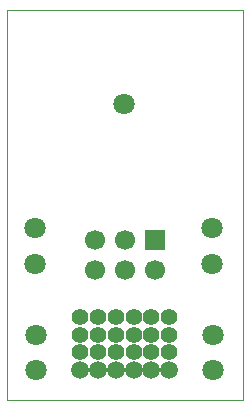
<source format=gbs>
G04 Layer_Color=16711935*
%FSLAX42Y42*%
%MOMM*%
G71*
G01*
G75*
%ADD14C,0.10*%
%ADD23C,1.80*%
%ADD24R,1.70X1.70*%
%ADD25C,1.70*%
%ADD26C,1.40*%
%ADD27C,1.50*%
D14*
X0Y0D02*
Y3300D01*
X2000D01*
Y0D02*
Y3300D01*
X0Y0D02*
X2000D01*
D23*
X1740Y1150D02*
D03*
X240D02*
D03*
X1750Y550D02*
D03*
X250D02*
D03*
Y250D02*
D03*
X1750D02*
D03*
X1740Y1450D02*
D03*
X240D02*
D03*
X996Y2500D02*
D03*
D24*
X1254Y1350D02*
D03*
D25*
X1000D02*
D03*
X746D02*
D03*
X1000Y1096D02*
D03*
X746D02*
D03*
X1254D02*
D03*
D26*
X775Y400D02*
D03*
X1075D02*
D03*
X1225D02*
D03*
X925D02*
D03*
Y550D02*
D03*
X1225D02*
D03*
X1075D02*
D03*
X625D02*
D03*
Y700D02*
D03*
X775D02*
D03*
X1075D02*
D03*
X1225D02*
D03*
X925D02*
D03*
X625Y400D02*
D03*
X775Y550D02*
D03*
X1375Y700D02*
D03*
Y550D02*
D03*
Y400D02*
D03*
D27*
X925Y250D02*
D03*
X1375D02*
D03*
X1225D02*
D03*
X1075D02*
D03*
X775D02*
D03*
X625D02*
D03*
M02*

</source>
